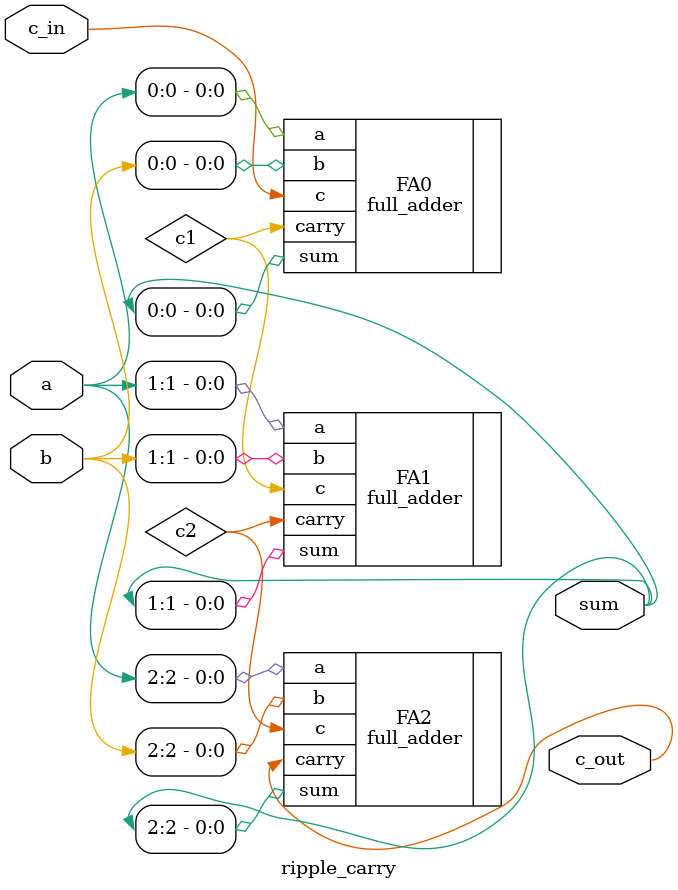
<source format=sv>
module ripple_carry
(
    input  logic [2:0] a,
    input  logic [2:0] b,
    input  logic c_in,
    output logic [2:0] sum,
    output logic c_out
);

    logic c1, c2;

    full_adder FA0 (
        .a(a[0]),
        .b(b[0]),
        .c(c_in),
        .sum(sum[0]),
        .carry(c1)
    );

    full_adder FA1 (
        .a(a[1]),
        .b(b[1]),
        .c(c1),
        .sum(sum[1]),
        .carry(c2)
    );

    full_adder FA2 (
        .a(a[2]),
        .b(b[2]),
        .c(c2),
        .sum(sum[2]),
        .carry(c_out)
    );

endmodule

</source>
